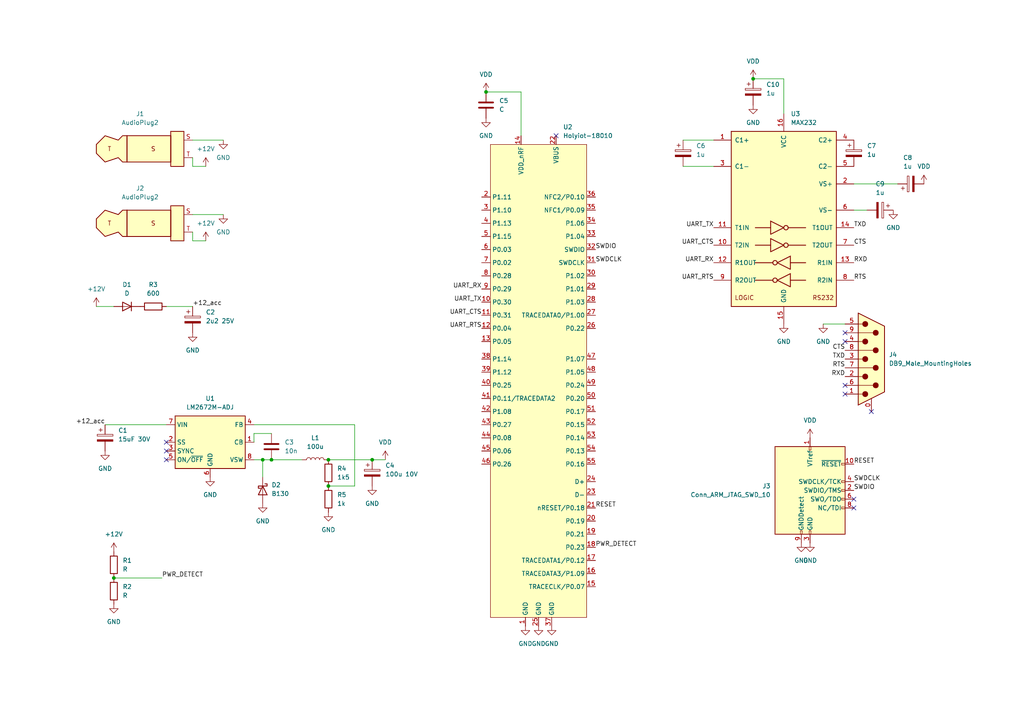
<source format=kicad_sch>
(kicad_sch (version 20211123) (generator eeschema)
  (paper "A4")
  (lib_symbols
    (symbol "Connector:AudioPlug2"
      (property "Reference" "J" (at 10.16 6.35 0))
      (property "Value" "AudioPlug2" (at 10.16 -6.35 0))
      (symbol "AudioPlug2_0_0"
        (text "S" (at 3.81 0 0) (effects (font (size 1.27 1.27))))
        (text "T" (at -8.89 0 0) (effects (font (size 1.27 1.27))))
      )
      (symbol "AudioPlug2_0_1"
        (rectangle (start -3.81 3.81) (end 8.89 -3.81) (stroke (width 0.254)) (fill (type background)))
        (polyline (pts (xy -3.81 3.81) (xy -5.08 3.81) (xy -6.35 2.54) (xy -10.16 3.81) (xy -12.7 1.27) (xy -12.7 -1.27) (xy -10.16 -3.81) (xy -6.35 -2.54) (xy -5.08 -3.81) (xy -3.81 -3.81) (xy -3.81 3.81)) (stroke (width 0.254)) (fill (type background)))
        (rectangle (start 12.7 5.08) (end 8.89 -5.08) (stroke (width 0.254)) (fill (type background)))
      )
      (symbol "AudioPlug2_1_1"
        (pin passive line (at 15.24 2.54 180) (length 2.54) (name "~") (number "S"))
        (pin passive line (at 15.24 -2.54 180) (length 2.54) (name "~") (number "T"))
      )
    )
    (symbol "Connector:Conn_ARM_JTAG_SWD_10" (pin_names (offset 1.016))
      (property "Reference" "J" (at -2.54 16.51 0))
      (property "Value" "Conn_ARM_JTAG_SWD_10" (at -2.54 13.97 0))
      (symbol "Conn_ARM_JTAG_SWD_10_0_1"
        (rectangle (start -10.16 12.7) (end 10.16 -12.7) (stroke (width 0.254)) (fill (type background)))
        (rectangle (start -2.794 -12.7) (end -2.286 -11.684))
        (rectangle (start -0.254 -12.7) (end 0.254 -11.684))
        (rectangle (start -0.254 12.7) (end 0.254 11.684))
        (rectangle (start 9.144 2.286) (end 10.16 2.794))
        (rectangle (start 10.16 -2.794) (end 9.144 -2.286))
        (rectangle (start 10.16 -0.254) (end 9.144 0.254))
        (rectangle (start 10.16 7.874) (end 9.144 7.366))
      )
      (symbol "Conn_ARM_JTAG_SWD_10_1_1"
        (rectangle (start 9.144 -5.334) (end 10.16 -4.826))
        (pin power_in line (at 0 15.24 270) (length 2.54) (name "VTref") (number "1"))
        (pin open_collector line (at 12.7 7.62 180) (length 2.54) (name "~{RESET}") (number "10"))
        (pin bidirectional line (at 12.7 0 180) (length 2.54) (name "SWDIO/TMS") (number "2"))
        (pin power_in line (at 0 -15.24 90) (length 2.54) (name "GND") (number "3"))
        (pin output line (at 12.7 2.54 180) (length 2.54) (name "SWDCLK/TCK") (number "4"))
        (pin passive line (at 0 -15.24 90) (length 2.54) hide (name "GND") (number "5"))
        (pin input line (at 12.7 -2.54 180) (length 2.54) (name "SWO/TDO") (number "6"))
        (pin no_connect line (at -10.16 0 0) (length 2.54) hide (name "KEY") (number "7"))
        (pin output line (at 12.7 -5.08 180) (length 2.54) (name "NC/TDI") (number "8"))
        (pin passive line (at -2.54 -15.24 90) (length 2.54) (name "GNDDetect") (number "9"))
      )
    )
    (symbol "Connector:DB9_Male_MountingHoles" (pin_names (offset 1.016) hide)
      (property "Reference" "J" (at 0 16.51 0))
      (property "Value" "DB9_Male_MountingHoles" (at 0 14.605 0))
      (symbol "DB9_Male_MountingHoles_0_1"
        (circle (center -1.778 -10.16) (radius 0.762) (fill (type outline)))
        (circle (center -1.778 -5.08) (radius 0.762) (fill (type outline)))
        (circle (center -1.778 0) (radius 0.762) (fill (type outline)))
        (circle (center -1.778 5.08) (radius 0.762) (fill (type outline)))
        (circle (center -1.778 10.16) (radius 0.762) (fill (type outline)))
        (polyline (pts (xy -3.81 -10.16) (xy -2.54 -10.16)))
        (polyline (pts (xy -3.81 -7.62) (xy 0.508 -7.62)))
        (polyline (pts (xy -3.81 -5.08) (xy -2.54 -5.08)))
        (polyline (pts (xy -3.81 -2.54) (xy 0.508 -2.54)))
        (polyline (pts (xy -3.81 0) (xy -2.54 0)))
        (polyline (pts (xy -3.81 2.54) (xy 0.508 2.54)))
        (polyline (pts (xy -3.81 5.08) (xy -2.54 5.08)))
        (polyline (pts (xy -3.81 7.62) (xy 0.508 7.62)))
        (polyline (pts (xy -3.81 10.16) (xy -2.54 10.16)))
        (polyline (pts (xy -3.81 -13.335) (xy -3.81 13.335) (xy 3.81 9.525) (xy 3.81 -9.525) (xy -3.81 -13.335)) (stroke (width 0.254)) (fill (type background)))
        (circle (center 1.27 -7.62) (radius 0.762) (fill (type outline)))
        (circle (center 1.27 -2.54) (radius 0.762) (fill (type outline)))
        (circle (center 1.27 2.54) (radius 0.762) (fill (type outline)))
        (circle (center 1.27 7.62) (radius 0.762) (fill (type outline)))
      )
      (symbol "DB9_Male_MountingHoles_1_1"
        (pin passive line (at 0 -15.24 90) (length 3.81) (name "PAD") (number "0"))
        (pin passive line (at -7.62 -10.16 0) (length 3.81) (name "1") (number "1"))
        (pin passive line (at -7.62 -5.08 0) (length 3.81) (name "2") (number "2"))
        (pin passive line (at -7.62 0 0) (length 3.81) (name "3") (number "3"))
        (pin passive line (at -7.62 5.08 0) (length 3.81) (name "4") (number "4"))
        (pin passive line (at -7.62 10.16 0) (length 3.81) (name "5") (number "5"))
        (pin passive line (at -7.62 -7.62 0) (length 3.81) (name "6") (number "6"))
        (pin passive line (at -7.62 -2.54 0) (length 3.81) (name "7") (number "7"))
        (pin passive line (at -7.62 2.54 0) (length 3.81) (name "8") (number "8"))
        (pin passive line (at -7.62 7.62 0) (length 3.81) (name "9") (number "9"))
      )
    )
    (symbol "Device:C" (pin_numbers hide) (pin_names (offset 0.254))
      (property "Reference" "C" (at 0.635 2.54 0))
      (property "Value" "C" (at 0.635 -2.54 0))
      (symbol "C_0_1"
        (polyline (pts (xy -2.032 -0.762) (xy 2.032 -0.762)) (stroke (width 0.508)))
        (polyline (pts (xy -2.032 0.762) (xy 2.032 0.762)) (stroke (width 0.508)))
      )
      (symbol "C_1_1"
        (pin passive line (at 0 3.81 270) (length 2.794) (name "~") (number "1"))
        (pin passive line (at 0 -3.81 90) (length 2.794) (name "~") (number "2"))
      )
    )
    (symbol "Device:C_Polarized" (pin_numbers hide) (pin_names (offset 0.254))
      (property "Reference" "C" (at 0.635 2.54 0))
      (property "Value" "C_Polarized" (at 0.635 -2.54 0))
      (symbol "C_Polarized_0_1"
        (rectangle (start -2.286 0.508) (end 2.286 1.016))
        (polyline (pts (xy -1.778 2.286) (xy -0.762 2.286)))
        (polyline (pts (xy -1.27 2.794) (xy -1.27 1.778)))
        (rectangle (start 2.286 -0.508) (end -2.286 -1.016) (fill (type outline)))
      )
      (symbol "C_Polarized_1_1"
        (pin passive line (at 0 3.81 270) (length 2.794) (name "~") (number "1"))
        (pin passive line (at 0 -3.81 90) (length 2.794) (name "~") (number "2"))
      )
    )
    (symbol "Device:D" (pin_numbers hide) (pin_names (offset 1.016) hide)
      (property "Reference" "D" (at 0 2.54 0))
      (property "Value" "D" (at 0 -2.54 0))
      (symbol "D_0_1"
        (polyline (pts (xy -1.27 1.27) (xy -1.27 -1.27)) (stroke (width 0.254)))
        (polyline (pts (xy 1.27 0) (xy -1.27 0)))
        (polyline (pts (xy 1.27 1.27) (xy 1.27 -1.27) (xy -1.27 0) (xy 1.27 1.27)) (stroke (width 0.254)))
      )
      (symbol "D_1_1"
        (pin passive line (at -3.81 0 0) (length 2.54) (name "K") (number "1"))
        (pin passive line (at 3.81 0 180) (length 2.54) (name "A") (number "2"))
      )
    )
    (symbol "Device:D_Schottky" (pin_numbers hide) (pin_names (offset 1.016) hide)
      (property "Reference" "D" (at 0 2.54 0))
      (property "Value" "D_Schottky" (at 0 -2.54 0))
      (symbol "D_Schottky_0_1"
        (polyline (pts (xy 1.27 0) (xy -1.27 0)))
        (polyline (pts (xy 1.27 1.27) (xy 1.27 -1.27) (xy -1.27 0) (xy 1.27 1.27)) (stroke (width 0.254)))
        (polyline (pts (xy -1.905 0.635) (xy -1.905 1.27) (xy -1.27 1.27) (xy -1.27 -1.27) (xy -0.635 -1.27) (xy -0.635 -0.635)) (stroke (width 0.254)))
      )
      (symbol "D_Schottky_1_1"
        (pin passive line (at -3.81 0 0) (length 2.54) (name "K") (number "1"))
        (pin passive line (at 3.81 0 180) (length 2.54) (name "A") (number "2"))
      )
    )
    (symbol "Device:L" (pin_numbers hide) (pin_names (offset 1.016) hide)
      (property "Reference" "L" (at -1.27 0 90))
      (property "Value" "L" (at 1.905 0 90))
      (symbol "L_0_1"
        (arc (start 0 -2.54) (mid 0.635 -1.905) (end 0 -1.27))
        (arc (start 0 -1.27) (mid 0.635 -0.635) (end 0 0))
        (arc (start 0 0) (mid 0.635 0.635) (end 0 1.27))
        (arc (start 0 1.27) (mid 0.635 1.905) (end 0 2.54))
      )
      (symbol "L_1_1"
        (pin passive line (at 0 3.81 270) (length 1.27) (name "1") (number "1"))
        (pin passive line (at 0 -3.81 90) (length 1.27) (name "2") (number "2"))
      )
    )
    (symbol "Device:R" (pin_numbers hide) (pin_names (offset 0))
      (property "Reference" "R" (at 2.032 0 90))
      (property "Value" "R" (at 0 0 90))
      (symbol "R_0_1"
        (rectangle (start -1.016 -2.54) (end 1.016 2.54) (stroke (width 0.254)))
      )
      (symbol "R_1_1"
        (pin passive line (at 0 3.81 270) (length 1.27) (name "~") (number "1"))
        (pin passive line (at 0 -3.81 90) (length 1.27) (name "~") (number "2"))
      )
    )
    (symbol "Interface_UART:MAX232" (pin_names (offset 1.016))
      (property "Reference" "U" (at -2.54 28.575 0))
      (property "Value" "MAX232" (at -2.54 26.67 0))
      (symbol "MAX232_0_0"
        (text "LOGIC" (at -11.43 -22.86 0) (effects (font (size 1.27 1.27))))
        (text "RS232" (at 11.43 -22.86 0) (effects (font (size 1.27 1.27))))
      )
      (symbol "MAX232_0_1"
        (rectangle (start -15.24 -25.4) (end 15.24 25.4) (stroke (width 0.254)) (fill (type background)))
        (circle (center -2.54 -17.78) (radius 0.635) (stroke (width 0.254)))
        (circle (center -2.54 -12.7) (radius 0.635) (stroke (width 0.254)))
        (polyline (pts (xy -3.81 -7.62) (xy -8.255 -7.62)) (stroke (width 0.254)))
        (polyline (pts (xy -3.81 -2.54) (xy -8.255 -2.54)) (stroke (width 0.254)))
        (polyline (pts (xy -3.175 -17.78) (xy -8.255 -17.78)) (stroke (width 0.254)))
        (polyline (pts (xy -3.175 -12.7) (xy -8.255 -12.7)) (stroke (width 0.254)))
        (polyline (pts (xy 1.27 -7.62) (xy 6.35 -7.62)) (stroke (width 0.254)))
        (polyline (pts (xy 1.27 -2.54) (xy 6.35 -2.54)) (stroke (width 0.254)))
        (polyline (pts (xy 1.905 -17.78) (xy 6.35 -17.78)) (stroke (width 0.254)))
        (polyline (pts (xy 1.905 -12.7) (xy 6.35 -12.7)) (stroke (width 0.254)))
        (polyline (pts (xy -3.81 -5.715) (xy -3.81 -9.525) (xy 0 -7.62) (xy -3.81 -5.715)) (stroke (width 0.254)))
        (polyline (pts (xy -3.81 -0.635) (xy -3.81 -4.445) (xy 0 -2.54) (xy -3.81 -0.635)) (stroke (width 0.254)))
        (polyline (pts (xy 1.905 -15.875) (xy 1.905 -19.685) (xy -1.905 -17.78) (xy 1.905 -15.875)) (stroke (width 0.254)))
        (polyline (pts (xy 1.905 -10.795) (xy 1.905 -14.605) (xy -1.905 -12.7) (xy 1.905 -10.795)) (stroke (width 0.254)))
        (circle (center 0.635 -7.62) (radius 0.635) (stroke (width 0.254)))
        (circle (center 0.635 -2.54) (radius 0.635) (stroke (width 0.254)))
      )
      (symbol "MAX232_1_1"
        (pin passive line (at -20.32 22.86 0) (length 5.08) (name "C1+") (number "1"))
        (pin input line (at -20.32 -7.62 0) (length 5.08) (name "T2IN") (number "10"))
        (pin input line (at -20.32 -2.54 0) (length 5.08) (name "T1IN") (number "11"))
        (pin output line (at -20.32 -12.7 0) (length 5.08) (name "R1OUT") (number "12"))
        (pin input line (at 20.32 -12.7 180) (length 5.08) (name "R1IN") (number "13"))
        (pin output line (at 20.32 -2.54 180) (length 5.08) (name "T1OUT") (number "14"))
        (pin power_in line (at 0 -30.48 90) (length 5.08) (name "GND") (number "15"))
        (pin power_in line (at 0 30.48 270) (length 5.08) (name "VCC") (number "16"))
        (pin power_out line (at 20.32 10.16 180) (length 5.08) (name "VS+") (number "2"))
        (pin passive line (at -20.32 15.24 0) (length 5.08) (name "C1-") (number "3"))
        (pin passive line (at 20.32 22.86 180) (length 5.08) (name "C2+") (number "4"))
        (pin passive line (at 20.32 15.24 180) (length 5.08) (name "C2-") (number "5"))
        (pin power_out line (at 20.32 2.54 180) (length 5.08) (name "VS-") (number "6"))
        (pin output line (at 20.32 -7.62 180) (length 5.08) (name "T2OUT") (number "7"))
        (pin input line (at 20.32 -17.78 180) (length 5.08) (name "R2IN") (number "8"))
        (pin output line (at -20.32 -17.78 0) (length 5.08) (name "R2OUT") (number "9"))
      )
    )
    (symbol "Regulator_Switching:LM2672M-ADJ"
      (property "Reference" "U" (at -10.16 8.89 0))
      (property "Value" "LM2672M-ADJ" (at 0 8.89 0))
      (symbol "LM2672M-ADJ_0_1"
        (rectangle (start -10.16 7.62) (end 10.16 -7.62) (stroke (width 0.254)) (fill (type background)))
      )
      (symbol "LM2672M-ADJ_1_1"
        (pin input line (at 12.7 0 180) (length 2.54) (name "CB") (number "1"))
        (pin input line (at -12.7 0 0) (length 2.54) (name "SS") (number "2"))
        (pin input line (at -12.7 -2.54 0) (length 2.54) (name "SYNC") (number "3"))
        (pin input line (at 12.7 5.08 180) (length 2.54) (name "FB") (number "4"))
        (pin input line (at -12.7 -5.08 0) (length 2.54) (name "ON/~{OFF}") (number "5"))
        (pin power_in line (at 0 -10.16 90) (length 2.54) (name "GND") (number "6"))
        (pin power_in line (at -12.7 5.08 0) (length 2.54) (name "VIN") (number "7"))
        (pin output line (at 12.7 -5.08 180) (length 2.54) (name "VSW") (number "8"))
      )
    )
    (symbol "holyiot:Holyiot-18010"
      (property "Reference" "U" (at 10.16 0 0))
      (property "Value" "Holyiot-18010" (at -1.27 0 0))
      (symbol "Holyiot-18010_0_1"
        (rectangle (start -13.97 11.43) (end 13.97 -125.73) (fill (type background)))
      )
      (symbol "Holyiot-18010_1_1"
        (pin power_in line (at -3.81 -128.27 90) (length 2.54) (name "GND") (number "1"))
        (pin bidirectional line (at -16.51 -34.29 0) (length 2.54) (name "P0.30") (number "10"))
        (pin bidirectional line (at -16.51 -38.1 0) (length 2.54) (name "P0.31") (number "11"))
        (pin bidirectional line (at -16.51 -41.91 0) (length 2.54) (name "P0.04") (number "12"))
        (pin bidirectional line (at -16.51 -45.72 0) (length 2.54) (name "P0.05") (number "13"))
        (pin power_in line (at -5.08 13.97 270) (length 2.54) (name "VDD_nRF") (number "14"))
        (pin bidirectional line (at 16.51 -116.84 180) (length 2.54) (name "TRACECLK/P0.07") (number "15"))
        (pin bidirectional line (at 16.51 -113.03 180) (length 2.54) (name "TRACEDATA3/P1.09") (number "16"))
        (pin bidirectional line (at 16.51 -109.22 180) (length 2.54) (name "TRACEDATA1/P0.12") (number "17"))
        (pin bidirectional line (at 16.51 -105.41 180) (length 2.54) (name "P0.23") (number "18"))
        (pin bidirectional line (at 16.51 -101.6 180) (length 2.54) (name "P0.21") (number "19"))
        (pin bidirectional line (at -16.51 -3.81 0) (length 2.54) (name "P1.11") (number "2"))
        (pin bidirectional line (at 16.51 -97.79 180) (length 2.54) (name "P0.19") (number "20"))
        (pin bidirectional line (at 16.51 -93.98 180) (length 2.54) (name "nRESET/P0.18") (number "21"))
        (pin power_in line (at 5.08 13.97 270) (length 2.54) (name "VBUS") (number "22"))
        (pin bidirectional line (at 16.51 -90.17 180) (length 2.54) (name "D-") (number "23"))
        (pin bidirectional line (at 16.51 -86.36 180) (length 2.54) (name "D+") (number "24"))
        (pin power_in line (at 0 -128.27 90) (length 2.54) (name "GND") (number "25"))
        (pin bidirectional line (at 16.51 -41.91 180) (length 2.54) (name "P0.22") (number "26"))
        (pin bidirectional line (at 16.51 -38.1 180) (length 2.54) (name "TRACEDATA0/P1.00") (number "27"))
        (pin bidirectional line (at 16.51 -34.29 180) (length 2.54) (name "P1.03") (number "28"))
        (pin bidirectional line (at 16.51 -30.48 180) (length 2.54) (name "P1.01") (number "29"))
        (pin bidirectional line (at -16.51 -7.62 0) (length 2.54) (name "P1.10") (number "3"))
        (pin bidirectional line (at 16.51 -26.67 180) (length 2.54) (name "P1.02") (number "30"))
        (pin bidirectional line (at 16.51 -22.86 180) (length 2.54) (name "SWDCLK") (number "31"))
        (pin bidirectional line (at 16.51 -19.05 180) (length 2.54) (name "SWDIO") (number "32"))
        (pin bidirectional line (at 16.51 -15.24 180) (length 2.54) (name "P1.04") (number "33"))
        (pin bidirectional line (at 16.51 -11.43 180) (length 2.54) (name "P1.06") (number "34"))
        (pin bidirectional line (at 16.51 -7.62 180) (length 2.54) (name "NFC1/P0.09") (number "35"))
        (pin bidirectional line (at 16.51 -3.81 180) (length 2.54) (name "NFC2/P0.10") (number "36"))
        (pin power_in line (at 3.81 -128.27 90) (length 2.54) (name "GND") (number "37"))
        (pin bidirectional line (at -16.51 -50.8 0) (length 2.54) (name "P1.14") (number "38"))
        (pin bidirectional line (at -16.51 -54.61 0) (length 2.54) (name "P1.12") (number "39"))
        (pin bidirectional line (at -16.51 -11.43 0) (length 2.54) (name "P1.13") (number "4"))
        (pin bidirectional line (at -16.51 -58.42 0) (length 2.54) (name "P0.25") (number "40"))
        (pin bidirectional line (at -16.51 -62.23 0) (length 2.54) (name "P0.11/TRACEDATA2") (number "41"))
        (pin bidirectional line (at -16.51 -66.04 0) (length 2.54) (name "P1.08") (number "42"))
        (pin bidirectional line (at -16.51 -69.85 0) (length 2.54) (name "P0.27") (number "43"))
        (pin bidirectional line (at -16.51 -73.66 0) (length 2.54) (name "P0.08") (number "44"))
        (pin bidirectional line (at -16.51 -77.47 0) (length 2.54) (name "P0.06") (number "45"))
        (pin bidirectional line (at -16.51 -81.28 0) (length 2.54) (name "P0.26") (number "46"))
        (pin bidirectional line (at 16.51 -50.8 180) (length 2.54) (name "P1.07") (number "47"))
        (pin bidirectional line (at 16.51 -54.61 180) (length 2.54) (name "P1.05") (number "48"))
        (pin bidirectional line (at 16.51 -58.42 180) (length 2.54) (name "P0.24") (number "49"))
        (pin bidirectional line (at -16.51 -15.24 0) (length 2.54) (name "P1.15") (number "5"))
        (pin bidirectional line (at 16.51 -62.23 180) (length 2.54) (name "P0.20") (number "50"))
        (pin bidirectional line (at 16.51 -66.04 180) (length 2.54) (name "P0.17") (number "51"))
        (pin bidirectional line (at 16.51 -69.85 180) (length 2.54) (name "P0.15") (number "52"))
        (pin bidirectional line (at 16.51 -73.66 180) (length 2.54) (name "P0.14") (number "53"))
        (pin bidirectional line (at 16.51 -77.47 180) (length 2.54) (name "P0.13") (number "54"))
        (pin bidirectional line (at 16.51 -81.28 180) (length 2.54) (name "P0.16") (number "55"))
        (pin bidirectional line (at -16.51 -19.05 0) (length 2.54) (name "P0.03") (number "6"))
        (pin bidirectional line (at -16.51 -22.86 0) (length 2.54) (name "P0.02") (number "7"))
        (pin bidirectional line (at -16.51 -26.67 0) (length 2.54) (name "P0.28") (number "8"))
        (pin bidirectional line (at -16.51 -30.48 0) (length 2.54) (name "P0.29") (number "9"))
      )
    )
    (symbol "power:+12V" (power) (pin_names (offset 0))
      (property "Value" "+12V" (at 0 3.556 0))
      (symbol "+12V_0_1"
        (polyline (pts (xy -0.762 1.27) (xy 0 2.54)))
        (polyline (pts (xy 0 0) (xy 0 2.54)))
        (polyline (pts (xy 0 2.54) (xy 0.762 1.27)))
      )
      (symbol "+12V_1_1"
        (pin power_in line (at 0 0 90) (length 0) hide (name "+12V") (number "1"))
      )
    )
    (symbol "power:GND" (power) (pin_names (offset 0))
      (property "Value" "GND" (at 0 -3.81 0))
      (symbol "GND_0_1"
        (polyline (pts (xy 0 0) (xy 0 -1.27) (xy 1.27 -1.27) (xy 0 -2.54) (xy -1.27 -1.27) (xy 0 -1.27)))
      )
      (symbol "GND_1_1"
        (pin power_in line (at 0 0 270) (length 0) hide (name "GND") (number "1"))
      )
    )
    (symbol "power:VDD" (power) (pin_names (offset 0))
      (property "Value" "VDD" (at 0 3.81 0))
      (symbol "VDD_0_1"
        (polyline (pts (xy -0.762 1.27) (xy 0 2.54)))
        (polyline (pts (xy 0 0) (xy 0 2.54)))
        (polyline (pts (xy 0 2.54) (xy 0.762 1.27)))
      )
      (symbol "VDD_1_1"
        (pin power_in line (at 0 0 90) (length 0) hide (name "VDD") (number "1"))
      )
    )
  )
  (junction (at 218.44 22.86))
  (junction (at 95.25 140.97))
  (junction (at 140.97 26.67))
  (junction (at 95.25 133.35))
  (junction (at 107.95 133.35))
  (junction (at 78.74 133.35))
  (junction (at 33.02 167.64))
  (junction (at 76.2 133.35))
  (no_connect (at 48.26 128.27))
  (no_connect (at 48.26 133.35))
  (no_connect (at 247.65 144.78))
  (no_connect (at 247.65 147.32))
  (no_connect (at 48.26 130.81))
  (no_connect (at 245.11 99.06))
  (no_connect (at 245.11 111.76))
  (no_connect (at 245.11 114.3))
  (no_connect (at 252.73 119.38))
  (no_connect (at 245.11 96.52))
  (no_connect (at 161.29 39.37))
  (wire (pts (xy 76.2 133.35) (xy 78.74 133.35)))
  (wire (pts (xy 78.74 133.35) (xy 87.63 133.35)))
  (wire (pts (xy 48.26 88.9) (xy 55.88 88.9)))
  (wire (pts (xy 55.88 62.23) (xy 64.77 62.23)))
  (wire (pts (xy 227.33 33.02) (xy 227.33 22.86)))
  (wire (pts (xy 55.88 69.85) (xy 59.69 69.85)))
  (wire (pts (xy 227.33 22.86) (xy 218.44 22.86)))
  (wire (pts (xy 55.88 45.72) (xy 55.88 48.26)))
  (wire (pts (xy 73.66 133.35) (xy 76.2 133.35)))
  (wire (pts (xy 55.88 67.31) (xy 55.88 69.85)))
  (wire (pts (xy 55.88 40.64) (xy 64.77 40.64)))
  (wire (pts (xy 30.48 123.19) (xy 48.26 123.19)))
  (wire (pts (xy 151.13 39.37) (xy 151.13 26.67)))
  (wire (pts (xy 55.88 48.26) (xy 59.69 48.26)))
  (wire (pts (xy 107.95 133.35) (xy 111.76 133.35)))
  (wire (pts (xy 198.12 48.26) (xy 207.01 48.26)))
  (wire (pts (xy 76.2 133.35) (xy 76.2 138.43)))
  (wire (pts (xy 95.25 133.35) (xy 107.95 133.35)))
  (wire (pts (xy 102.87 140.97) (xy 95.25 140.97)))
  (wire (pts (xy 73.66 123.19) (xy 102.87 123.19)))
  (wire (pts (xy 247.65 53.34) (xy 260.35 53.34)))
  (wire (pts (xy 102.87 123.19) (xy 102.87 140.97)))
  (wire (pts (xy 238.76 93.98) (xy 245.11 93.98)))
  (wire (pts (xy 78.74 125.73) (xy 73.66 125.73)))
  (wire (pts (xy 151.13 26.67) (xy 140.97 26.67)))
  (wire (pts (xy 247.65 60.96) (xy 251.46 60.96)))
  (wire (pts (xy 198.12 40.64) (xy 207.01 40.64)))
  (wire (pts (xy 33.02 167.64) (xy 46.99 167.64)))
  (wire (pts (xy 27.94 88.9) (xy 33.02 88.9)))
  (wire (pts (xy 73.66 125.73) (xy 73.66 128.27)))
  (label "RTS" (at 247.65 81.28 0))
  (label "PWR_DETECT" (at 172.72 158.75 0))
  (label "UART_RTS" (at 139.7 95.25 180))
  (label "TXD" (at 247.65 66.04 0))
  (label "UART_CTS" (at 139.7 91.44 180))
  (label "UART_TX" (at 139.7 87.63 180))
  (label "CTS" (at 245.11 101.6 180))
  (label "RESET" (at 247.65 134.62 0))
  (label "SWDCLK" (at 172.72 76.2 0))
  (label "UART_CTS" (at 207.01 71.12 180))
  (label "UART_RX" (at 139.7 83.82 180))
  (label "+12_acc" (at 30.48 123.19 180))
  (label "SWDIO" (at 172.72 72.39 0))
  (label "SWDIO" (at 247.65 142.24 0))
  (label "UART_RX" (at 207.01 76.2 180))
  (label "RTS" (at 245.11 106.68 180))
  (label "PWR_DETECT" (at 46.99 167.64 0))
  (label "SWDCLK" (at 247.65 139.7 0))
  (label "RXD" (at 247.65 76.2 0))
  (label "TXD" (at 245.11 104.14 180))
  (label "UART_TX" (at 207.01 66.04 180))
  (label "RESET" (at 172.72 147.32 0))
  (label "UART_RTS" (at 207.01 81.28 180))
  (label "CTS" (at 247.65 71.12 0))
  (label "RXD" (at 245.11 109.22 180))
  (label "+12_acc" (at 55.88 88.9 0))
  (symbol (lib_id "Device:C_Polarized") (at 107.95 137.16 0) (unit 1)
    (property "Reference" "C4" (at 111.76 135.0009 0) (effects (justify left)))
    (property "Value" "100u 10V" (at 111.76 137.5409 0) (effects (justify left)))
    (property "Footprint" "Capacitor_Tantalum_SMD:CP_EIA-6032-28_Kemet-C_Pad2.25x2.35mm_HandSolder" (effects hide))
  )
  (symbol (lib_id "power:+12V") (at 59.69 48.26 0) (unit 1)
    (property "Reference" "#PWR0127" (effects hide))
    (property "Value" "+12V" (at 59.69 43.18 0))
  )
  (symbol (lib_id "power:GND") (at 64.77 62.23 0) (unit 1)
    (property "Reference" "#PWR?" (effects hide))
    (property "Value" "GND" (at 64.77 67.31 0))
  )
  (symbol (lib_id "power:GND") (at 107.95 140.97 0) (unit 1)
    (property "Reference" "#PWR0109" (effects hide))
    (property "Value" "GND" (at 107.95 146.05 0))
  )
  (symbol (lib_id "Device:R") (at 33.02 163.83 0) (unit 1)
    (property "Reference" "R1" (at 35.56 162.5599 0) (effects (justify left)))
    (property "Value" "R" (at 35.56 165.0999 0) (effects (justify left)))
    (property "Footprint" "Resistor_SMD:R_0603_1608Metric_Pad0.98x0.95mm_HandSolder" (effects hide))
  )
  (symbol (lib_id "power:GND") (at 60.96 138.43 0) (unit 1)
    (property "Reference" "#PWR0116" (effects hide))
    (property "Value" "GND" (at 60.96 143.51 0))
  )
  (symbol (lib_id "holyiot:Holyiot-18010") (at 156.21 53.34 0) (unit 1)
    (property "Reference" "U2" (at 163.3094 36.83 0) (effects (justify left)))
    (property "Value" "Holyiot-18010" (at 163.3094 39.37 0) (effects (justify left)))
    (property "Footprint" "holyiot:Holyiot-18010" (effects hide))
    (property "Datasheet" "http://www.holyiot.com/tp/2019042516322180424.pdf" (effects hide))
  )
  (symbol (lib_id "power:GND") (at 64.77 40.64 0) (unit 1)
    (property "Reference" "#PWR0126" (effects hide))
    (property "Value" "GND" (at 64.77 45.72 0))
  )
  (symbol (lib_id "power:VDD") (at 234.95 127 0) (unit 1)
    (property "Reference" "#PWR0102" (effects hide))
    (property "Value" "VDD" (at 234.95 121.92 0))
  )
  (symbol (lib_id "power:GND") (at 95.25 148.59 0) (unit 1)
    (property "Reference" "#PWR0123" (effects hide))
    (property "Value" "GND" (at 95.25 153.67 0))
  )
  (symbol (lib_id "Device:R") (at 95.25 137.16 0) (unit 1)
    (property "Reference" "R4" (at 97.79 135.8899 0) (effects (justify left)))
    (property "Value" "1k5" (at 97.79 138.4299 0) (effects (justify left)))
    (property "Footprint" "Resistor_SMD:R_0603_1608Metric_Pad0.98x0.95mm_HandSolder" (effects hide))
  )
  (symbol (lib_id "power:+12V") (at 33.02 160.02 0) (unit 1)
    (property "Reference" "#PWR0120" (effects hide))
    (property "Value" "+12V" (at 33.02 154.94 0))
  )
  (symbol (lib_id "power:GND") (at 55.88 96.52 0) (unit 1)
    (property "Reference" "#PWR0125" (effects hide))
    (property "Value" "GND" (at 55.88 101.6 0))
  )
  (symbol (lib_id "Device:L") (at 91.44 133.35 90) (unit 1)
    (property "Reference" "L1" (at 91.44 127 90))
    (property "Value" "100u" (at 91.44 129.54 90))
    (property "Footprint" "Inductor_SMD:L_7.3x7.3_H3.5" (effects hide))
  )
  (symbol (lib_id "Device:C_Polarized") (at 218.44 26.67 0) (unit 1)
    (property "Reference" "C10" (at 222.25 24.5109 0) (effects (justify left)))
    (property "Value" "1u" (at 222.25 27.0509 0) (effects (justify left)))
    (property "Footprint" "Capacitor_Tantalum_SMD:CP_EIA-3216-18_Kemet-A_Pad1.58x1.35mm_HandSolder" (effects hide))
  )
  (symbol (lib_id "power:GND") (at 227.33 93.98 0) (unit 1)
    (property "Reference" "#PWR0103" (effects hide))
    (property "Value" "GND" (at 227.33 99.06 0))
  )
  (symbol (lib_id "power:GND") (at 76.2 146.05 0) (unit 1)
    (property "Reference" "#PWR0122" (effects hide))
    (property "Value" "GND" (at 76.2 151.13 0))
  )
  (symbol (lib_id "power:GND") (at 33.02 175.26 0) (unit 1)
    (property "Reference" "#PWR0119" (effects hide))
    (property "Value" "GND" (at 33.02 180.34 0))
  )
  (symbol (lib_id "power:+12V") (at 27.94 88.9 0) (unit 1)
    (property "Reference" "#PWR0124" (effects hide))
    (property "Value" "+12V" (at 27.94 83.82 0))
  )
  (symbol (lib_id "power:+12V") (at 59.69 69.85 0) (unit 1)
    (property "Reference" "#PWR?" (effects hide))
    (property "Value" "+12V" (at 59.69 64.77 0))
  )
  (symbol (lib_id "Device:D_Schottky") (at 76.2 142.24 270) (unit 1)
    (property "Reference" "D2" (at 78.74 140.6524 90) (effects (justify left)))
    (property "Value" "B130" (at 78.74 143.1924 90) (effects (justify left)))
    (property "Footprint" "Diode_SMD:D_SMA-SMB_Universal_Handsoldering" (effects hide))
  )
  (symbol (lib_id "power:GND") (at 30.48 130.81 0) (unit 1)
    (property "Reference" "#PWR0121" (effects hide))
    (property "Value" "GND" (at 30.48 135.89 0))
  )
  (symbol (lib_id "Device:C") (at 78.74 129.54 0) (unit 1)
    (property "Reference" "C3" (at 82.55 128.2699 0) (effects (justify left)))
    (property "Value" "10n" (at 82.55 130.8099 0) (effects (justify left)))
    (property "Footprint" "Capacitor_SMD:C_0603_1608Metric_Pad1.08x0.95mm_HandSolder" (effects hide))
  )
  (symbol (lib_id "Device:D") (at 36.83 88.9 180) (unit 1)
    (property "Reference" "D1" (at 36.83 82.55 0))
    (property "Value" "D" (at 36.83 85.09 0))
    (property "Footprint" "Diode_SMD:D_SOD-123" (effects hide))
  )
  (symbol (lib_id "power:GND") (at 140.97 34.29 0) (unit 1)
    (property "Reference" "#PWR0114" (effects hide))
    (property "Value" "GND" (at 140.97 39.37 0))
  )
  (symbol (lib_id "Device:R") (at 33.02 171.45 0) (unit 1)
    (property "Reference" "R2" (at 35.56 170.1799 0) (effects (justify left)))
    (property "Value" "R" (at 35.56 172.7199 0) (effects (justify left)))
    (property "Footprint" "Resistor_SMD:R_0603_1608Metric_Pad0.98x0.95mm_HandSolder" (effects hide))
  )
  (symbol (lib_id "power:VDD") (at 218.44 22.86 0) (unit 1)
    (property "Reference" "#PWR0108" (effects hide))
    (property "Value" "VDD" (at 218.44 17.78 0))
  )
  (symbol (lib_id "power:GND") (at 160.02 181.61 0) (unit 1)
    (property "Reference" "#PWR0112" (effects hide))
    (property "Value" "GND" (at 160.02 186.69 0))
  )
  (symbol (lib_id "Device:C_Polarized") (at 264.16 53.34 90) (unit 1)
    (property "Reference" "C8" (at 263.271 45.72 90))
    (property "Value" "1u" (at 263.271 48.26 90))
    (property "Footprint" "Capacitor_Tantalum_SMD:CP_EIA-3216-18_Kemet-A_Pad1.58x1.35mm_HandSolder" (effects hide))
  )
  (symbol (lib_id "Interface_UART:MAX232") (at 227.33 63.5 0) (unit 1)
    (property "Reference" "U3" (at 229.3494 33.02 0) (effects (justify left)))
    (property "Value" "MAX232" (at 229.3494 35.56 0) (effects (justify left)))
    (property "Footprint" "Package_SO:SSOP-16_5.3x6.2mm_P0.65mm" (effects hide))
    (property "Datasheet" "http://www.ti.com/lit/ds/symlink/max232.pdf" (effects hide))
  )
  (symbol (lib_id "power:VDD") (at 267.97 53.34 0) (unit 1)
    (property "Reference" "#PWR0107" (effects hide))
    (property "Value" "VDD" (at 267.97 48.26 0))
  )
  (symbol (lib_id "Regulator_Switching:LM2672M-ADJ") (at 60.96 128.27 0) (unit 1)
    (property "Reference" "U1" (at 60.96 115.57 0))
    (property "Value" "LM2672M-ADJ" (at 60.96 118.11 0))
    (property "Footprint" "Package_SO:SOIC-8_3.9x4.9mm_P1.27mm" (effects hide))
    (property "Datasheet" "http://www.ti.com/lit/ds/symlink/lm2672.pdf" (effects hide))
  )
  (symbol (lib_id "Connector:Conn_ARM_JTAG_SWD_10") (at 234.95 142.24 0) (unit 1)
    (property "Reference" "J3" (at 223.52 140.9699 0) (effects (justify right)))
    (property "Value" "Conn_ARM_JTAG_SWD_10" (at 223.52 143.5099 0) (effects (justify right)))
    (property "Footprint" "Connector_PinHeader_1.27mm:PinHeader_2x05_P1.27mm_Vertical_SMD" (effects hide))
    (property "Datasheet" "http://infocenter.arm.com/help/topic/com.arm.doc.ddi0314h/DDI0314H_coresight_components_trm.pdf" (effects hide))
  )
  (symbol (lib_id "Device:C_Polarized") (at 255.27 60.96 270) (unit 1)
    (property "Reference" "C9" (at 255.27 53.34 90))
    (property "Value" "1u" (at 255.27 55.88 90))
    (property "Footprint" "Capacitor_Tantalum_SMD:CP_EIA-3216-18_Kemet-A_Pad1.58x1.35mm_HandSolder" (effects hide))
  )
  (symbol (lib_id "Connector:AudioPlug2") (at 40.64 43.18 0) (unit 1)
    (property "Reference" "J1" (at 40.64 33.02 0))
    (property "Value" "AudioPlug2" (at 40.64 35.56 0))
    (property "Footprint" "Connector_Audio:Jack_3.5mm_Lumberg_1503_07_Horizontal" (effects hide))
  )
  (symbol (lib_id "power:GND") (at 238.76 93.98 0) (unit 1)
    (property "Reference" "#PWR0101" (effects hide))
    (property "Value" "GND" (at 238.76 99.06 0))
  )
  (symbol (lib_id "Device:C") (at 140.97 30.48 0) (unit 1)
    (property "Reference" "C5" (at 144.78 29.2099 0) (effects (justify left)))
    (property "Value" "C" (at 144.78 31.7499 0) (effects (justify left)))
    (property "Footprint" "Capacitor_SMD:C_0603_1608Metric_Pad1.08x0.95mm_HandSolder" (effects hide))
  )
  (symbol (lib_id "power:GND") (at 218.44 30.48 0) (unit 1)
    (property "Reference" "#PWR01" (effects hide))
    (property "Value" "GND" (at 218.44 35.56 0))
  )
  (symbol (lib_id "Device:C_Polarized") (at 30.48 127 0) (unit 1)
    (property "Reference" "C1" (at 34.29 124.8409 0) (effects (justify left)))
    (property "Value" "15uF 30V" (at 34.29 127.3809 0) (effects (justify left)))
    (property "Footprint" "Capacitor_Tantalum_SMD:CP_EIA-7343-31_Kemet-D_Pad2.25x2.55mm_HandSolder" (effects hide))
  )
  (symbol (lib_id "power:GND") (at 259.08 60.96 0) (unit 1)
    (property "Reference" "#PWR0106" (effects hide))
    (property "Value" "GND" (at 259.08 66.04 0))
  )
  (symbol (lib_id "Device:R") (at 95.25 144.78 0) (unit 1)
    (property "Reference" "R5" (at 97.79 143.5099 0) (effects (justify left)))
    (property "Value" "1k" (at 97.79 146.0499 0) (effects (justify left)))
    (property "Footprint" "Resistor_SMD:R_0603_1608Metric_Pad0.98x0.95mm_HandSolder" (effects hide))
  )
  (symbol (lib_id "power:GND") (at 232.41 157.48 0) (unit 1)
    (property "Reference" "#PWR0105" (effects hide))
    (property "Value" "GND" (at 232.41 162.56 0))
  )
  (symbol (lib_id "Connector:DB9_Male_MountingHoles") (at 252.73 104.14 0) (unit 1)
    (property "Reference" "J4" (at 257.81 102.8699 0) (effects (justify left)))
    (property "Value" "DB9_Male_MountingHoles" (at 257.81 105.4099 0) (effects (justify left)))
    (property "Footprint" "Connector_Dsub:DSUB-9_Male_Horizontal_P2.77x2.84mm_EdgePinOffset4.94mm_Housed_MountingHolesOffset7.48mm" (effects hide))
    (property "Datasheet" " ~" (effects hide))
  )
  (symbol (lib_id "power:GND") (at 156.21 181.61 0) (unit 1)
    (property "Reference" "#PWR0111" (effects hide))
    (property "Value" "GND" (at 156.21 186.69 0))
  )
  (symbol (lib_id "Device:C_Polarized") (at 55.88 92.71 0) (unit 1)
    (property "Reference" "C2" (at 59.69 90.5509 0) (effects (justify left)))
    (property "Value" "2u2 25V" (at 59.69 93.0909 0) (effects (justify left)))
    (property "Footprint" "Capacitor_THT:CP_Axial_L30.0mm_D18.0mm_P35.00mm_Horizontal" (effects hide))
  )
  (symbol (lib_id "Connector:AudioPlug2") (at 40.64 64.77 0) (unit 1)
    (property "Reference" "J2" (at 40.64 54.61 0))
    (property "Value" "AudioPlug2" (at 40.64 57.15 0))
    (property "Footprint" "Connector_Audio:Jack_3.5mm_Lumberg_1503_07_Horizontal" (effects hide))
  )
  (symbol (lib_id "Device:C_Polarized") (at 198.12 44.45 0) (unit 1)
    (property "Reference" "C6" (at 201.93 42.2909 0) (effects (justify left)))
    (property "Value" "1u" (at 201.93 44.8309 0) (effects (justify left)))
    (property "Footprint" "Capacitor_Tantalum_SMD:CP_EIA-3216-18_Kemet-A_Pad1.58x1.35mm_HandSolder" (effects hide))
  )
  (symbol (lib_id "Device:R") (at 44.45 88.9 90) (unit 1)
    (property "Reference" "R3" (at 44.45 82.55 90))
    (property "Value" "600" (at 44.45 85.09 90))
    (property "Footprint" "Resistor_SMD:R_0603_1608Metric_Pad0.98x0.95mm_HandSolder" (effects hide))
  )
  (symbol (lib_id "power:GND") (at 152.4 181.61 0) (unit 1)
    (property "Reference" "#PWR0113" (effects hide))
    (property "Value" "GND" (at 152.4 186.69 0))
  )
  (symbol (lib_id "power:VDD") (at 111.76 133.35 0) (unit 1)
    (property "Reference" "#PWR0110" (effects hide))
    (property "Value" "VDD" (at 111.76 128.27 0))
  )
  (symbol (lib_id "power:GND") (at 234.95 157.48 0) (unit 1)
    (property "Reference" "#PWR0104" (effects hide))
    (property "Value" "GND" (at 234.95 162.56 0))
  )
  (symbol (lib_id "power:VDD") (at 140.97 26.67 0) (unit 1)
    (property "Reference" "#PWR0115" (effects hide))
    (property "Value" "VDD" (at 140.97 21.59 0))
  )
  (symbol (lib_id "Device:C_Polarized") (at 247.65 44.45 0) (unit 1)
    (property "Reference" "C7" (at 251.46 42.2909 0) (effects (justify left)))
    (property "Value" "1u" (at 251.46 44.8309 0) (effects (justify left)))
    (property "Footprint" "Capacitor_Tantalum_SMD:CP_EIA-3216-18_Kemet-A_Pad1.58x1.35mm_HandSolder" (effects hide))
  )
)
</source>
